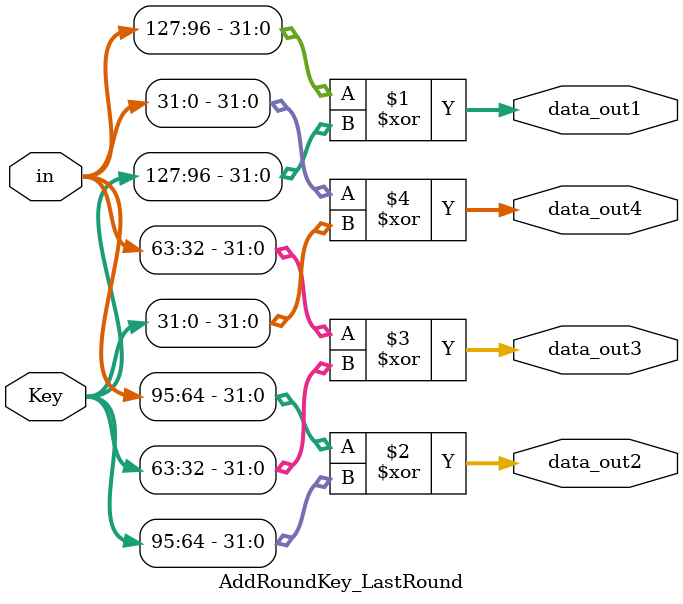
<source format=v>
`timescale 1ns / 1ps


module AddRoundKey_LastRound(
    input [127:0] in,
    input [127:0] Key,
   output [31:0]  data_out1,data_out2,data_out3,data_out4
    );
    
    assign data_out1 = in[127 : 96] ^ Key[127:96];
    assign data_out2 = in[95 : 64] ^ Key[95 : 64];
    assign data_out3 = in[63 : 32] ^ Key[63 : 32];
    assign data_out4 = in[31 : 0] ^ Key[31 : 0];

    
    
    
endmodule

</source>
